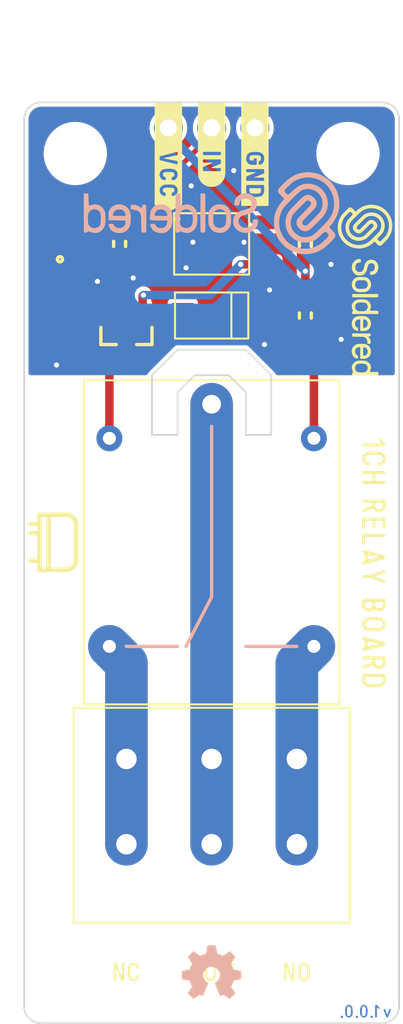
<source format=kicad_pcb>
(kicad_pcb (version 20210126) (generator pcbnew)
  (layers (0 "F.Cu" signal) (31 "B.Cu" signal) (34 "B.Paste" user) (35 "F.Paste" user) (36 "B.SilkS" user "B.Silkscreen") (37 "F.SilkS" user "F.Silkscreen") (38 "B.Mask" user) (39 "F.Mask" user) (44 "Edge.Cuts" user))
  (net 0 "")
  (net 1 "Net-(D1-Pad2)")
  (net 2 "VCC")
  (net 3 "NO")
  (net 4 "COM")
  (net 5 "NC")
  (net 6 "IN")
  (net 7 "GND")
  (net 8 "Net-(Q1-Pad1)")
  (net 9 "Net-(R1-Pad1)")
  (net 10 "Net-(R3-Pad1)")
  (net 11 "Net-(D2-Pad2)")
  (net 12 "Net-(D2-Pad1)")
  (net 13 "Net-(R2-Pad1)")
  (footprint "buzzardLabel" (layer "F.Cu") (at 86 122)
    (fp_text reference "" (at 0 0) (layer "F.SilkS") (effects (font (size 1.27 1.27))))
    (fp_text value "" (at 0 0) (layer "F.SilkS") (effects (font (size 1.27 1.27))))
  )
  (footprint "e-radionica.com footprinti:FIDUCIAL_1MM_PASTE" (layer "F.Cu") (at 86.7 79.4)
    (fp_text reference "FD1")
    (fp_text value "Fiducial_Stencil")
    (pad "1" smd circle (at 0 0) (size 1 1) (property pad_prop_fiducial_glob) (layers "F.Cu" "F.Paste" "F.Mask"))
  )
  (footprint "e-radionica.com footprinti:0603R" (layer "F.Cu") (at 91.5 79.3 -90)
    (fp_text reference "R3")
    (fp_text value "330R")
    (pad "1" smd rect (at -0.775 0) (size 1 0.64) (layers "F.Cu" "F.Paste" "F.Mask") (net 10 "Net-(R3-Pad1)"))
    (pad "2" smd rect (at 0.775 0) (size 1 0.64) (layers "F.Cu" "F.Paste" "F.Mask") (net 2 "VCC"))
  )
  (footprint "e-radionica.com footprinti:PC357_OPTO" (layer "F.Cu") (at 86 79.3)
    (fp_text reference "U1")
    (fp_text value "PC357_OPTO")
    (pad "1" smd rect (at -3.15 -1.27) (size 1.5 0.8) (layers "F.Cu" "F.Paste" "F.Mask") (net 9 "Net-(R1-Pad1)"))
    (pad "2" smd rect (at -3.15 1.27) (size 1.5 0.8) (layers "F.Cu" "F.Paste" "F.Mask") (net 7 "GND"))
    (pad "3" smd rect (at 3.15 1.27) (size 1.5 0.8) (layers "F.Cu" "F.Paste" "F.Mask") (net 8 "Net-(Q1-Pad1)"))
    (pad "4" smd rect (at 3.15 -1.27) (size 1.5 0.8) (layers "F.Cu" "F.Paste" "F.Mask") (net 10 "Net-(R3-Pad1)"))
  )
  (footprint "Soldered Graphics:Symbol-Front-Relay" (layer "F.Cu") (at 76.7 96.8 -90)
    (fp_text reference "G***" hide)
    (fp_text value "LOGO" hide)
  )
  (footprint "e-radionica.com footprinti:HOLE_3.2mm" (layer "F.Cu") (at 94 122)
    (fp_text reference "H1" hide)
    (fp_text value "HOLE_3.2mm" hide)
    (pad "" np_thru_hole circle (at 0 0) (size 3.2 3.2) (drill 3.2) (layers F&B.Cu *.Mask))
  )
  (footprint "e-radionica.com footprinti:SMD-JUMPER-CONNECTED_TRACE_NOSLODERMASK" (layer "F.Cu") (at 77.7 84.1 -90)
    (fp_text reference "JP1")
    (fp_text value "SMD-JUMPER-CONNECTED_TRACE_NOSLODERMASK")
    (fp_poly (pts (xy 0.1 0.1) (xy -0.1 0.1) (xy -0.1 -0.1) (xy 0.1 -0.1)) (layer "F.Cu") (width 0.1) (fill solid))
    (pad "1" smd rect (at -0.35 0 270) (size 0.5 1) (layers "F.Cu") (net 13 "Net-(R2-Pad1)"))
    (pad "2" smd rect (at 0.35 0 270) (size 0.5 1) (layers "F.Cu") (net 12 "Net-(D2-Pad1)"))
  )
  (footprint "e-radionica.com footprinti:0603R" (layer "F.Cu") (at 80.6 79.3 90)
    (fp_text reference "R1")
    (fp_text value "100R")
    (pad "1" smd rect (at -0.775 0 180) (size 1 0.64) (layers "F.Cu" "F.Paste" "F.Mask") (net 9 "Net-(R1-Pad1)"))
    (pad "2" smd rect (at 0.775 0 180) (size 1 0.64) (layers "F.Cu" "F.Paste" "F.Mask") (net 6 "IN"))
  )
  (footprint "e-radionica.com footprinti:HOLE_3.2mm" (layer "F.Cu") (at 78 122)
    (fp_text reference "H2" hide)
    (fp_text value "HOLE_3.2mm" hide)
    (pad "" np_thru_hole circle (at 0 0) (size 3.2 3.2) (drill 3.2) (layers F&B.Cu *.Mask))
  )
  (footprint "buzzardLabel" (layer "F.Cu") (at 83.46 70.6 -90)
    (fp_text reference "" (at 0 0 90) (layer "F.SilkS") (effects (font (size 1.27 1.27))))
    (fp_text value "" (at 0 0 90) (layer "F.SilkS") (effects (font (size 1.27 1.27))))
  )
  (footprint "buzzardLabel" (layer "F.Cu") (at 86 70.6 -90)
    (fp_text reference "" (at 0 0 90) (layer "F.SilkS") (effects (font (size 1.27 1.27))))
    (fp_text value "" (at 0 0 90) (layer "F.SilkS") (effects (font (size 1.27 1.27))))
  )
  (footprint "e-radionica.com footprinti:M4_DIODA" (layer "F.Cu") (at 86 83.5)
    (fp_text reference "D2")
    (fp_text value "M4_DIODA")
    (pad "1" smd rect (at -1.69 0) (size 1.27 1.47) (layers "F.Cu" "F.Paste" "F.Mask") (net 12 "Net-(D2-Pad1)"))
    (pad "2" smd rect (at 1.69 0) (size 1.27 1.47) (layers "F.Cu" "F.Paste" "F.Mask") (net 11 "Net-(D2-Pad2)"))
  )
  (footprint "buzzardLabel" (layer "F.Cu") (at 81 122)
    (fp_text reference "" (at 0 0) (layer "F.SilkS") (effects (font (size 1.27 1.27))))
    (fp_text value "" (at 0 0) (layer "F.SilkS") (effects (font (size 1.27 1.27))))
  )
  (footprint "Soldered Graphics:Logo-Back-SolderedFULL-15mm" (layer "F.Cu") (at 86 77.5)
    (fp_text reference "REF**" hide)
    (fp_text value "Logo-Front-SolderedFULL-15mm" hide)
  )
  (footprint "Soldered Graphics:Logo-Back-OSH-3.5mm" (layer "F.Cu") (at 86 122)
    (fp_text reference "G***" hide)
    (fp_text value "LOGO" hide)
  )
  (footprint "buzzardLabel" (layer "F.Cu") (at 88.54 70.6 -90)
    (fp_text reference "" (at 0 0 90) (layer "F.SilkS") (effects (font (size 1.27 1.27))))
    (fp_text value "" (at 0 0 90) (layer "F.SilkS") (effects (font (size 1.27 1.27))))
  )
  (footprint "e-radionica.com footprinti:0603R" (layer "F.Cu") (at 91.5 83.5 90)
    (fp_text reference "R4")
    (fp_text value "10R")
    (pad "1" smd rect (at -0.775 0 180) (size 1 0.64) (layers "F.Cu" "F.Paste" "F.Mask") (net 11 "Net-(D2-Pad2)"))
    (pad "2" smd rect (at 0.775 0 180) (size 1 0.64) (layers "F.Cu" "F.Paste" "F.Mask") (net 2 "VCC"))
  )
  (footprint "e-radionica.com footprinti:HEADER_MALE_3X1" (layer "F.Cu") (at 86 72.5)
    (fp_text reference "K2")
    (fp_text value "HEADER_MALE_3X1")
    (pad "1" thru_hole circle (at -2.54 0) (size 1.7 1.7) (drill 1) (layers *.Cu *.Mask) (net 2 "VCC"))
    (pad "2" thru_hole circle (at 0 0) (size 1.7 1.7) (drill 1) (layers *.Cu *.Mask) (net 6 "IN"))
    (pad "3" thru_hole circle (at 2.54 0) (size 1.7 1.7) (drill 1) (layers *.Cu *.Mask) (net 7 "GND"))
  )
  (footprint "e-radionica.com footprinti:HOLE_3.2mm" (layer "F.Cu") (at 94 74)
    (fp_text reference "H3" hide)
    (fp_text value "HOLE_3.2mm" hide)
    (pad "" np_thru_hole circle (at 0 0) (size 3.2 3.2) (drill 3.2) (layers F&B.Cu *.Mask))
  )
  (footprint "e-radionica.com footprinti:0402R" (layer "F.Cu") (at 77.7 81.7 90)
    (fp_text reference "R2")
    (fp_text value "1k")
    (pad "1" smd rect (at -0.5 0 180) (size 0.64 0.54) (layers "F.Cu" "F.Paste" "F.Mask") (net 13 "Net-(R2-Pad1)"))
    (pad "2" smd rect (at 0.5 0 180) (size 0.64 0.54) (layers "F.Cu" "F.Paste" "F.Mask") (net 1 "Net-(D1-Pad2)"))
  )
  (footprint "e-radionica.com footprinti:SRD_RELAY_5V" (layer "F.Cu") (at 86 96.8 90)
    (fp_text reference "K1")
    (fp_text value "SRD_RELAY_5V")
    (pad "1" thru_hole circle (at 6.1 6 90) (size 1.524 1.524) (drill 0.762) (layers *.Cu *.Mask) (net 11 "Net-(D2-Pad2)"))
    (pad "2" thru_hole circle (at 6.1 -6 90) (size 1.524 1.524) (drill 0.762) (layers *.Cu *.Mask) (net 12 "Net-(D2-Pad1)"))
    (pad "3" thru_hole circle (at -6.1 6 90) (size 1.524 1.524) (drill 0.762) (layers *.Cu *.Mask) (net 3 "NO"))
    (pad "4" thru_hole circle (at 8.1 0 90) (size 1.524 1.524) (drill 1.1) (layers *.Cu *.Mask) (net 4 "COM"))
    (pad "5" thru_hole circle (at -6.1 -6 90) (size 1.524 1.524) (drill 0.762) (layers *.Cu *.Mask) (net 5 "NC"))
  )
  (footprint "e-radionica.com footprinti:0402LED" (layer "F.Cu") (at 77.7 79.3 -90)
    (fp_text reference "D1")
    (fp_text value "purple")
    (pad "1" smd rect (at -0.55 0) (size 0.75 0.45) (layers "F.Cu" "F.Paste" "F.Mask") (net 2 "VCC"))
    (pad "2" smd rect (at 0.55 0) (size 0.75 0.45) (layers "F.Cu" "F.Paste" "F.Mask") (net 1 "Net-(D1-Pad2)"))
  )
  (footprint "buzzardLabel" (layer "F.Cu") (at 91 122)
    (fp_text reference "" (at 0 0) (layer "F.SilkS") (effects (font (size 1.27 1.27))))
    (fp_text value "" (at 0 0) (layer "F.SilkS") (effects (font (size 1.27 1.27))))
  )
  (footprint "e-radionica.com footprinti:HOLE_3.2mm" (layer "F.Cu") (at 78 74)
    (fp_text reference "H4" hide)
    (fp_text value "HOLE_3.2mm" hide)
    (pad "" np_thru_hole circle (at 0 0) (size 3.2 3.2) (drill 3.2) (layers F&B.Cu *.Mask))
  )
  (footprint "buzzardLabel" (layer "F.Cu") (at 95.5 98 -90)
    (fp_text reference "" (at 0 0 90) (layer "F.SilkS") (effects (font (size 1.27 1.27))))
    (fp_text value "" (at 0 0 90) (layer "F.SilkS") (effects (font (size 1.27 1.27))))
  )
  (footprint "Soldered Graphics:Logo-Front-SolderedFULL-10mm" (layer "F.Cu") (at 95 82 -90)
    (fp_text reference "G***" hide)
    (fp_text value "LOGO" hide)
  )
  (footprint "e-radionica.com footprinti:SOT-23-3" (layer "F.Cu") (at 81 84.5 -90)
    (fp_text reference "Q1")
    (fp_text value "NPN-SOT-23-3")
    (pad "1" smd rect (at -1.2 -0.95) (size 0.6 1) (layers "F.Cu" "F.Paste" "F.Mask") (net 8 "Net-(Q1-Pad1)"))
    (pad "2" smd rect (at -1.2 0.95) (size 0.6 1) (layers "F.Cu" "F.Paste" "F.Mask") (net 7 "GND"))
    (pad "3" smd rect (at 1.2 0) (size 0.6 1) (layers "F.Cu" "F.Paste" "F.Mask") (net 12 "Net-(D2-Pad1)"))
  )
  (footprint "e-radionica.com footprinti:TERMINAL_KF235-5.0-3P" (layer "F.Cu") (at 86 112)
    (fp_text reference "K3")
    (fp_text value "TERMINAL_KF235-5.0-3P")
    (pad "1" thru_hole circle (at 5 2.5) (size 1.8 1.8) (drill 1.2) (layers *.Cu *.Mask) (net 3 "NO"))
    (pad "1" thru_hole circle (at 5 -2.5) (size 1.8 1.8) (drill 1.2) (layers *.Cu *.Mask) (net 3 "NO"))
    (pad "2" thru_hole circle (at 0 2.5) (size 1.8 1.8) (drill 1.2) (layers *.Cu *.Mask) (net 4 "COM"))
    (pad "2" thru_hole circle (at 0 -2.5) (size 1.8 1.8) (drill 1.2) (layers *.Cu *.Mask) (net 4 "COM"))
    (pad "3" thru_hole circle (at -5 2.5) (size 1.8 1.8) (drill 1.2) (layers *.Cu *.Mask) (net 5 "NC"))
    (pad "3" thru_hole circle (at -5 -2.5) (size 1.8 1.8) (drill 1.2) (layers *.Cu *.Mask) (net 5 "NC"))
  )
  (footprint "Soldered Graphics:Version1.0.0." (layer "B.Cu") (at 95 124.3 180)
    (fp_text reference "" (at 0 0) (layer "B.SilkS") (effects (font (size 1.27 1.27)) (justify mirror)))
    (fp_text value "" (at 0 0) (layer "B.SilkS") (effects (font (size 1.27 1.27)) (justify mirror)))
    (fp_poly (pts (xy 0.06 -0.35) (xy 0.11 -0.35) (xy 0.17 -0.33) (xy 0.13 -0.28) (xy 0.03 -0.28) (xy -0.01 -0.25) (xy -0.03 -0.2) (xy -0.05 -0.15) (xy -0.05 -0.11) (xy -0.05 0.01) (xy -0.05 0.13) (xy -0.05 0.17) (xy -0.03 0.22) (xy -0.01 0.27) (xy 0.02 0.3) (xy 0.13 0.3) (xy 0.16 0.26) (xy 0.18 0.21) (xy 0.18 0.15) (xy 0.19 0.05) (xy 0.19 -0.08) (xy 0.19 -0.12) (xy 0.18 -0.17) (xy 0.16 -0.22) (xy 0.14 -0.27) (xy 0.14 -0.28) (xy 0.17 -0.32) (xy 0.21 -0.29) (xy 0.24 -0.26) (xy 0.26 -0.22) (xy 0.27 -0.16) (xy 0.28 -0.11) (xy 0.28 -0.06) (xy 0.28 0.06) (xy 0.28 0.12) (xy 0.27 0.17) (xy 0.26 0.22) (xy 0.25 0.27) (xy 0.22 0.3) (xy 0.19 0.34) (xy 0.13 0.37) (xy 0.08 0.38) (xy 0.02 0.38) (xy -0.03 0.35) (xy -0.08 0.31) (xy -0.1 0.28) (xy -0.12 0.23) (xy -0.14 0.18) (xy -0.14 0.13) (xy -0.15 0.08) (xy -0.15 -0.04) (xy -0.14 -0.1) (xy -0.14 -0.14) (xy -0.13 -0.2) (xy -0.11 -0.25) (xy -0.08 -0.28) (xy -0.05 -0.32) (xy 0.01 -0.35) (xy 0.06 -0.35)) (layer "B.Cu") (width 0.01) (fill solid))
    (fp_poly (pts (xy -1.33 -0.35) (xy -1.27 -0.35) (xy -1.25 -0.31) (xy -1.09 0.1) (xy -1.11 0.13) (xy -1.16 0.13) (xy -1.19 0.1) (xy -1.28 -0.16) (xy -1.3 -0.21) (xy -1.32 -0.17) (xy -1.41 0.09) (xy -1.44 0.13) (xy -1.49 0.13) (xy -1.51 0.1) (xy -1.36 -0.31) (xy -1.33 -0.35)) (layer "B.Cu") (width 0.01) (fill solid))
    (fp_poly (pts (xy -0.67 -0.35) (xy -0.62 -0.35) (xy -0.6 -0.31) (xy -0.6 0.35) (xy -0.64 0.38) (xy -0.69 0.38) (xy -0.73 0.34) (xy -0.84 0.22) (xy -0.86 0.17) (xy -0.83 0.16) (xy -0.73 0.22) (xy -0.69 0.23) (xy -0.69 -0.31) (xy -0.67 -0.35)) (layer "B.Cu") (width 0.01) (fill solid))
    (fp_poly (pts (xy 1.31 -0.38) (xy 1.36 -0.38) (xy 1.41 -0.37) (xy 1.42 -0.33) (xy 1.42 -0.27) (xy 1.38 -0.26) (xy 1.33 -0.26) (xy 1.3 -0.29) (xy 1.3 -0.34) (xy 1.31 -0.38)) (layer "B.Cu") (width 0.01) (fill solid))
    (fp_poly (pts (xy 0.43 -0.38) (xy 0.48 -0.38) (xy 0.54 -0.37) (xy 0.54 -0.33) (xy 0.54 -0.27) (xy 0.5 -0.26) (xy 0.45 -0.26) (xy 0.42 -0.29) (xy 0.42 -0.34) (xy 0.43 -0.38)) (layer "B.Cu") (width 0.01) (fill solid))
    (fp_poly (pts (xy 0.93 -0.35) (xy 0.99 -0.35) (xy 1.04 -0.33) (xy 1.01 -0.28) (xy 0.91 -0.28) (xy 0.87 -0.25) (xy 0.85 -0.2) (xy 0.83 -0.15) (xy 0.83 -0.11) (xy 0.82 0.01) (xy 0.83 0.13) (xy 0.83 0.17) (xy 0.84 0.22) (xy 0.87 0.27) (xy 0.9 0.3) (xy 1.01 0.3) (xy 1.04 0.26) (xy 1.05 0.21) (xy 1.06 0.15) (xy 1.07 0.05) (xy 1.07 -0.08) (xy 1.06 -0.12) (xy 1.06 -0.17) (xy 1.04 -0.22) (xy 1.02 -0.27) (xy 1.01 -0.28) (xy 1.05 -0.32) (xy 1.09 -0.29) (xy 1.12 -0.26) (xy 1.14 -0.22) (xy 1.15 -0.16) (xy 1.16 -0.11) (xy 1.16 -0.06) (xy 1.16 0.06) (xy 1.16 0.12) (xy 1.15 0.17) (xy 1.14 0.22) (xy 1.13 0.27) (xy 1.1 0.3) (xy 1.06 0.34) (xy 1.01 0.37) (xy 0.95 0.38) (xy 0.9 0.38) (xy 0.84 0.35) (xy 0.8 0.31) (xy 0.78 0.28) (xy 0.75 0.23) (xy 0.74 0.18) (xy 0.74 0.13) (xy 0.73 0.08) (xy 0.73 -0.04) (xy 0.73 -0.1) (xy 0.74 -0.14) (xy 0.75 -0.2) (xy 0.77 -0.25) (xy 0.79 -0.28) (xy 0.83 -0.32) (xy 0.89 -0.35) (xy 0.93 -0.35)) (layer "B.Cu") (width 0.01) (fill solid))
    (fp_poly (pts (xy -0.44 -0.38) (xy -0.39 -0.38) (xy -0.34 -0.37) (xy -0.34 -0.33) (xy -0.34 -0.27) (xy -0.38 -0.26) (xy -0.43 -0.26) (xy -0.46 -0.29) (xy -0.46 -0.34) (xy -0.44 -0.38)) (layer "B.Cu") (width 0.01) (fill solid))
  )
  (gr_line (start 91 102.9) (end 88 102.9) (layer "B.SilkS") (width 0.2))
  (gr_line (start 81 102.9) (end 84 102.9) (layer "B.SilkS") (width 0.2))
  (gr_line (start 86 100) (end 84.5 102.9) (layer "B.SilkS") (width 0.2))
  (gr_line (start 86 90) (end 86 100) (layer "B.SilkS") (width 0.2))
  (gr_line (start 88 90.5) (end 88 88) (layer "Edge.Cuts") (width 0.1))
  (gr_line (start 82.5 87) (end 84 85.5) (layer "Edge.Cuts") (width 0.1))
  (gr_line (start 89.5 90.5) (end 88 90.5) (layer "Edge.Cuts") (width 0.1))
  (gr_line (start 84 88) (end 84 90.5) (layer "Edge.Cuts") (width 0.1))
  (gr_arc (start 76 124) (end 76 125) (angle 90) (layer "Edge.Cuts") (width 0.1))
  (gr_line (start 89.5 87) (end 89.5 90.5) (layer "Edge.Cuts") (width 0.1))
  (gr_line (start 97 72) (end 97 124) (layer "Edge.Cuts") (width 0.1))
  (gr_line (start 96 125) (end 76 125) (layer "Edge.Cuts") (width 0.1))
  (gr_line (start 87 87) (end 85 87) (layer "Edge.Cuts") (width 0.1))
  (gr_line (start 84 90.5) (end 82.5 90.5) (layer "Edge.Cuts") (width 0.1))
  (gr_line (start 75 124) (end 75 72) (layer "Edge.Cuts") (width 0.1))
  (gr_arc (start 96 72) (end 96 71) (angle 90) (layer "Edge.Cuts") (width 0.1))
  (gr_arc (start 76 72) (end 76 71) (angle -90) (layer "Edge.Cuts") (width 0.1))
  (gr_line (start 82.5 90.5) (end 82.5 87) (layer "Edge.Cuts") (width 0.1))
  (gr_line (start 88 88) (end 87 87) (layer "Edge.Cuts") (width 0.1))
  (gr_line (start 85 87) (end 84 88) (layer "Edge.Cuts") (width 0.1))
  (gr_line (start 76 71) (end 96 71) (layer "Edge.Cuts") (width 0.1))
  (gr_line (start 84 85.5) (end 88 85.5) (layer "Edge.Cuts") (width 0.1))
  (gr_arc (start 96 124) (end 96 125) (angle -90) (layer "Edge.Cuts") (width 0.1))
  (gr_line (start 88 85.5) (end 89.5 87) (layer "Edge.Cuts") (width 0.1))
  (segment (start 77.7 81.2) (end 77.7 79.95) (width 0.3) (layer "F.Cu") (net 1))
  (segment (start 77.7 78.7) (end 79.1 77.3) (width 0.3) (layer "F.Cu") (net 2))
  (segment (start 83.46 72.64) (end 83.46 72.5) (width 0.3) (layer "F.Cu") (net 2))
  (segment (start 79.1 77.3) (end 83.46 72.94) (width 0.3) (layer "F.Cu") (net 2))
  (segment (start 91.5 80.9) (end 91.5 80.075) (width 0.5) (layer "F.Cu") (net 2))
  (segment (start 91.5 80.775) (end 91.5 80.075) (width 0.5) (layer "F.Cu") (net 2))
  (segment (start 91.5 80.9) (end 91.5 82.725) (width 0.5) (layer "F.Cu") (net 2))
  (segment (start 77.7 78.75) (end 77.7 78.7) (width 0.3) (layer "F.Cu") (net 2))
  (via (at 91.5 80.9) (size 0.5) (drill 0.3) (layers "F.Cu" "B.Cu") (net 2))
  (segment (start 83.5 72.54) (end 83.46 72.5) (width 0.5) (layer "B.Cu") (net 2))
  (segment (start 91.5 80.9) (end 83.5 72.9) (width 0.5) (layer "B.Cu") (net 2))
  (segment (start 83.5 72.9) (end 83.5 72.54) (width 0.5) (layer "B.Cu") (net 2))
  (segment (start 91 109.5) (end 91 103.9) (width 2.5) (layer "F.Cu") (net 3))
  (segment (start 91 114.5) (end 91 109.5) (width 2.5) (layer "F.Cu") (net 3))
  (segment (start 91 103.9) (end 92 102.9) (width 2.5) (layer "F.Cu") (net 3))
  (segment (start 91 109.5) (end 91 103.9) (width 2.5) (layer "B.Cu") (net 3))
  (segment (start 91 114.5) (end 91 109.5) (width 2.5) (layer "B.Cu") (net 3))
  (segment (start 91 103.9) (end 92 102.9) (width 2.5) (layer "B.Cu") (net 3))
  (segment (start 86 114.5) (end 86 109.5) (width 2.5) (layer "F.Cu") (net 4))
  (segment (start 86 109.5) (end 86 88.7) (width 2.5) (layer "F.Cu") (net 4))
  (segment (start 86 109.5) (end 86 114.5) (width 2.5) (layer "B.Cu") (net 4))
  (segment (start 86 109.5) (end 86 88.7) (width 2.5) (layer "B.Cu") (net 4))
  (segment (start 81 109.5) (end 81 103.9) (width 2.5) (layer "F.Cu") (net 5))
  (segment (start 81 103.9) (end 80 102.9) (width 2.5) (layer "F.Cu") (net 5))
  (segment (start 81 114.5) (end 81 109.5) (width 2.5) (layer "F.Cu") (net 5))
  (segment (start 81 114.5) (end 81 109.5) (width 2.5) (layer "B.Cu") (net 5))
  (segment (start 81 109.5) (end 81 103.9) (width 2.5) (layer "B.Cu") (net 5))
  (segment (start 81 103.9) (end 80 102.9) (width 2.5) (layer "B.Cu") (net 5))
  (segment (start 80.6 78.525) (end 80.6 78.3) (width 0.3) (layer "F.Cu") (net 6))
  (segment (start 86 72.9) (end 86 72.5) (width 0.3) (layer "F.Cu") (net 6))
  (segment (start 80.6 78.3) (end 86 72.9) (width 0.3) (layer "F.Cu") (net 6))
  (via (at 76.9 86.4) (size 0.5) (drill 0.3) (layers "F.Cu" "B.Cu") (net 7))
  (via (at 84.5 80.7) (size 0.5) (drill 0.3) (layers "F.Cu" "B.Cu") (net 7))
  (via (at 81.4 81.3) (size 0.5) (drill 0.3) (layers "F.Cu" "B.Cu") (net 7))
  (via (at 79.3 81.5) (size 0.5) (drill 0.3) (layers "F.Cu" "B.Cu") (net 7))
  (via (at 93.6 84.9) (size 0.5) (drill 0.3) (layers "F.Cu" "B.Cu") (net 7))
  (via (at 89.1 85.2) (size 0.5) (drill 0.3) (layers "F.Cu" "B.Cu") (net 7))
  (via (at 93 80.5) (size 0.5) (drill 0.3) (layers "F.Cu" "B.Cu") (net 7))
  (via (at 87.3 75) (size 0.5) (drill 0.3) (layers "F.Cu" "B.Cu") (net 7))
  (via (at 89.4 82) (size 0.5) (drill 0.3) (layers "F.Cu" "B.Cu") (net 7))
  (via (at 87.9 79.2) (size 0.5) (drill 0.3) (layers "F.Cu" "B.Cu") (net 7))
  (via (at 84.9 79.2) (size 0.5) (drill 0.3) (layers "F.Cu" "B.Cu") (net 7))
  (via (at 84.8 75.9) (size 0.5) (drill 0.3) (layers "F.Cu" "B.Cu") (net 7))
  (segment (start 82 82.3) (end 81.95 82.35) (width 0.5) (layer "F.Cu") (net 8))
  (segment (start 81.95 82.35) (end 81.95 83.3) (width 0.5) (layer "F.Cu") (net 8))
  (segment (start 89.08 80.5) (end 89.15 80.57) (width 0.5) (layer "F.Cu") (net 8))
  (segment (start 87.7 80.5) (end 89.08 80.5) (width 0.5) (layer "F.Cu") (net 8))
  (via (at 87.7 80.5) (size 0.5) (drill 0.3) (layers "F.Cu" "B.Cu") (net 8))
  (via (at 82 82.3) (size 0.5) (drill 0.3) (layers "F.Cu" "B.Cu") (net 8))
  (segment (start 87.7 80.5) (end 85.9 82.3) (width 0.5) (layer "B.Cu") (net 8))
  (segment (start 85.9 82.3) (end 82 82.3) (width 0.5) (layer "B.Cu") (net 8))
  (segment (start 81.025 80.075) (end 82.85 78.25) (width 0.3) (layer "F.Cu") (net 9))
  (segment (start 80.6 80.075) (end 81.025 80.075) (width 0.3) (layer "F.Cu") (net 9))
  (segment (start 82.85 78.25) (end 82.85 78.03) (width 0.3) (layer "F.Cu") (net 9))
  (segment (start 91.005 78.03) (end 91.5 78.525) (width 0.5) (layer "F.Cu") (net 10))
  (segment (start 89.15 78.03) (end 91.005 78.03) (width 0.5) (layer "F.Cu") (net 10))
  (segment (start 90.175 84.275) (end 89.4 83.5) (width 0.5) (layer "F.Cu") (net 11))
  (segment (start 92 84.775) (end 91.5 84.275) (width 0.5) (layer "F.Cu") (net 11))
  (segment (start 92 90.7) (end 92 84.775) (width 0.5) (layer "F.Cu") (net 11))
  (segment (start 89.4 83.5) (end 87.69 83.5) (width 0.5) (layer "F.Cu") (net 11))
  (segment (start 91.5 84.275) (end 90.175 84.275) (width 0.5) (layer "F.Cu") (net 11))
  (segment (start 80 86.7) (end 80.5 86.2) (width 0.5) (layer "F.Cu") (net 12))
  (segment (start 82.11 85.7) (end 84.31 83.5) (width 0.5) (layer "F.Cu") (net 12))
  (segment (start 78.5 85.7) (end 81 85.7) (width 0.3) (layer "F.Cu") (net 12))
  (segment (start 77.7 84.9) (end 78.5 85.7) (width 0.3) (layer "F.Cu") (net 12))
  (segment (start 80 90.7) (end 80 86.7) (width 0.5) (layer "F.Cu") (net 12))
  (segment (start 80.5 86.2) (end 81 85.7) (width 0.5) (layer "F.Cu") (net 12))
  (segment (start 81 85.7) (end 82.11 85.7) (width 0.5) (layer "F.Cu") (net 12))
  (segment (start 77.7 84.45) (end 77.7 84.9) (width 0.3) (layer "F.Cu") (net 12))
  (segment (start 77.7 83.75) (end 77.7 82.2) (width 0.3) (layer "F.Cu") (net 13))
  (zone (net 7) (net_name "GND") (layers F&B.Cu) (connect_pads (clearance 0.254)) (min_thickness 0.254) (fill yes (thermal_gap 0.254) (thermal_bridge_width 0.254))
    (polygon (pts (xy 97 87) (xy 75 87) (xy 75 71) (xy 97 71)))
  )
)
</source>
